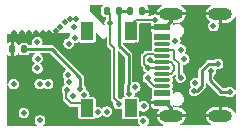
<source format=gbr>
%TF.GenerationSoftware,KiCad,Pcbnew,7.0.10*%
%TF.CreationDate,2024-07-12T16:17:24+02:00*%
%TF.ProjectId,MouthIO_v3,4d6f7574-6849-44f5-9f76-332e6b696361,rev?*%
%TF.SameCoordinates,Original*%
%TF.FileFunction,Copper,L4,Bot*%
%TF.FilePolarity,Positive*%
%FSLAX46Y46*%
G04 Gerber Fmt 4.6, Leading zero omitted, Abs format (unit mm)*
G04 Created by KiCad (PCBNEW 7.0.10) date 2024-07-12 16:17:24*
%MOMM*%
%LPD*%
G01*
G04 APERTURE LIST*
G04 Aperture macros list*
%AMRoundRect*
0 Rectangle with rounded corners*
0 $1 Rounding radius*
0 $2 $3 $4 $5 $6 $7 $8 $9 X,Y pos of 4 corners*
0 Add a 4 corners polygon primitive as box body*
4,1,4,$2,$3,$4,$5,$6,$7,$8,$9,$2,$3,0*
0 Add four circle primitives for the rounded corners*
1,1,$1+$1,$2,$3*
1,1,$1+$1,$4,$5*
1,1,$1+$1,$6,$7*
1,1,$1+$1,$8,$9*
0 Add four rect primitives between the rounded corners*
20,1,$1+$1,$2,$3,$4,$5,0*
20,1,$1+$1,$4,$5,$6,$7,0*
20,1,$1+$1,$6,$7,$8,$9,0*
20,1,$1+$1,$8,$9,$2,$3,0*%
G04 Aperture macros list end*
%TA.AperFunction,SMDPad,CuDef*%
%ADD10RoundRect,0.135000X-0.135000X-0.185000X0.135000X-0.185000X0.135000X0.185000X-0.135000X0.185000X0*%
%TD*%
%TA.AperFunction,SMDPad,CuDef*%
%ADD11RoundRect,0.050800X-0.499200X-0.699200X0.499200X-0.699200X0.499200X0.699200X-0.499200X0.699200X0*%
%TD*%
%TA.AperFunction,SMDPad,CuDef*%
%ADD12RoundRect,0.050800X0.624200X0.224200X-0.624200X0.224200X-0.624200X-0.224200X0.624200X-0.224200X0*%
%TD*%
%TA.AperFunction,SMDPad,CuDef*%
%ADD13RoundRect,0.050800X0.624200X0.086700X-0.624200X0.086700X-0.624200X-0.086700X0.624200X-0.086700X0*%
%TD*%
%TA.AperFunction,SMDPad,CuDef*%
%ADD14RoundRect,0.050800X0.624200X0.099200X-0.624200X0.099200X-0.624200X-0.099200X0.624200X-0.099200X0*%
%TD*%
%TA.AperFunction,ComponentPad*%
%ADD15O,2.000000X1.000000*%
%TD*%
%TA.AperFunction,SMDPad,CuDef*%
%ADD16RoundRect,0.135000X0.135000X0.185000X-0.135000X0.185000X-0.135000X-0.185000X0.135000X-0.185000X0*%
%TD*%
%TA.AperFunction,ViaPad*%
%ADD17C,0.504800*%
%TD*%
%TA.AperFunction,Conductor*%
%ADD18C,0.250000*%
%TD*%
%TA.AperFunction,Conductor*%
%ADD19C,0.200000*%
%TD*%
%TA.AperFunction,Conductor*%
%ADD20C,0.300000*%
%TD*%
G04 APERTURE END LIST*
D10*
%TO.P,D3,1,K*%
%TO.N,GND*%
X138430000Y-103660000D03*
%TO.P,D3,2,A*%
%TO.N,/GPIO6_DIN*%
X139450000Y-103660000D03*
%TD*%
D11*
%TO.P,U$1,P1,P1*%
%TO.N,unconnected-(U$1-PadP1)*%
X148440000Y-108660000D03*
%TO.P,U$1,P2,P2*%
%TO.N,+VBAT*%
X148440000Y-102160000D03*
%TO.P,U$1,P3,P3*%
%TO.N,Net-(R1-Pad2)*%
X144740000Y-108660000D03*
%TO.P,U$1,P4,P4*%
%TO.N,unconnected-(U$1-PadP4)*%
X144740000Y-102160000D03*
%TD*%
D10*
%TO.P,R16,1,1*%
%TO.N,Net-(U3-ISEL2)*%
X148430000Y-100450000D03*
%TO.P,R16,2,2*%
%TO.N,GND*%
X149450000Y-100450000D03*
%TD*%
D12*
%TO.P,USB-C0,A1B12,GND*%
%TO.N,GND*%
X151126100Y-101803600D03*
%TO.P,USB-C0,A4B9,VBUS*%
%TO.N,VPP*%
X151126100Y-102603600D03*
D13*
%TO.P,USB-C0,A5,CC1*%
%TO.N,Net-(USB-C0-CC1)*%
X151126100Y-103753600D03*
%TO.P,USB-C0,A6,D+*%
%TO.N,/GPIO19_DP*%
X151126100Y-104753600D03*
%TO.P,USB-C0,A7,D-*%
%TO.N,/GPIO18_DM*%
X151126100Y-105253600D03*
D14*
%TO.P,USB-C0,A8*%
%TO.N,N/C*%
X151126100Y-103253600D03*
D12*
%TO.P,USB-C0,B1A12,GND*%
%TO.N,GND*%
X151126100Y-108203600D03*
%TO.P,USB-C0,B4A9,VBUS*%
%TO.N,VPP*%
X151126100Y-107403600D03*
D13*
%TO.P,USB-C0,B5,CC2*%
%TO.N,Net-(USB-C0-CC2)*%
X151126100Y-106753600D03*
%TO.P,USB-C0,B6,D+*%
%TO.N,/GPIO19_DP*%
X151126100Y-105753600D03*
%TO.P,USB-C0,B7,D-*%
%TO.N,/GPIO18_DM*%
X151126100Y-104253600D03*
%TO.P,USB-C0,B8*%
%TO.N,N/C*%
X151126100Y-106253600D03*
D15*
%TO.P,USB-C0,S1,SHLD*%
%TO.N,GND*%
X151901100Y-100683600D03*
%TO.P,USB-C0,S2,SHLD*%
X151901100Y-109323600D03*
%TO.P,USB-C0,S3,SHLD*%
X156051100Y-100683600D03*
%TO.P,USB-C0,S4,SHLD*%
X156051100Y-109323600D03*
%TD*%
D16*
%TO.P,R15,1,1*%
%TO.N,Net-(U3-ISEL2)*%
X147460000Y-100430000D03*
%TO.P,R15,2,2*%
%TO.N,+3V3*%
X146440000Y-100430000D03*
%TD*%
D17*
%TO.N,GND*%
X148330000Y-109870000D03*
X148921100Y-103293600D03*
X146501100Y-105003600D03*
X143863120Y-101126942D03*
X140440000Y-102303600D03*
X143237600Y-109227600D03*
X141020000Y-102303600D03*
X142120832Y-102117974D03*
X146501100Y-103803600D03*
X139235745Y-102290884D03*
X145251100Y-100303600D03*
X146501100Y-106343600D03*
X143340000Y-101127400D03*
X145301100Y-105003600D03*
X139837692Y-102314308D03*
X142490000Y-101760000D03*
X142875000Y-101375000D03*
X138532409Y-109162963D03*
X155719063Y-106076958D03*
X140790000Y-109000000D03*
X141580000Y-102303600D03*
X145993538Y-101206000D03*
X138600000Y-102300000D03*
X147701100Y-105003600D03*
%TO.N,+3V3*%
X152710287Y-103704942D03*
X156840000Y-107300000D03*
X147431100Y-108323600D03*
X143648700Y-101832203D03*
X143545803Y-107614754D03*
X139415665Y-109063902D03*
X155244347Y-105556005D03*
X146691100Y-101453600D03*
X138550000Y-106620000D03*
X155460000Y-101700000D03*
%TO.N,/EN_LDO*%
X153932400Y-106557600D03*
X148831928Y-106904431D03*
%TO.N,Net-(D2-PadA)*%
X149551475Y-108502012D03*
X141461437Y-106617600D03*
%TO.N,+VBAT*%
X153830000Y-107200000D03*
X150501100Y-101162200D03*
X155845189Y-104936042D03*
%TO.N,Net-(R1-Pad2)*%
X143061549Y-107102656D03*
%TO.N,Net-(USB-C0-CC1)*%
X152690000Y-106070000D03*
%TO.N,Net-(USB-C0-CC2)*%
X149922593Y-106130615D03*
%TO.N,/GPIO19_DP*%
X150101100Y-104603600D03*
%TO.N,/GPIO18_DM*%
X149951100Y-105253600D03*
%TO.N,/GPIO6_DIN*%
X144200816Y-107043609D03*
%TO.N,/GPIO5_BUTTON*%
X143256000Y-106426000D03*
X149525590Y-109750299D03*
%TO.N,/GPIO4_ADC*%
X152232217Y-102975112D03*
X143151100Y-105853600D03*
%TO.N,/GPIO0_CS0*%
X143708033Y-102690000D03*
X140540000Y-103090000D03*
%TO.N,/GPIO1_CS1*%
X143213279Y-103191961D03*
X140556181Y-105289737D03*
%TO.N,/GPIO10_SCL*%
X140777573Y-109704693D03*
X146427859Y-108948437D03*
%TO.N,/GPIO9_STRP_SDA*%
X145648595Y-109024246D03*
X140755600Y-106609878D03*
%TO.N,/GPIO7_CSEND*%
X140568809Y-104461155D03*
X144520000Y-107570000D03*
%TO.N,Net-(U3-ISEL2)*%
X152981709Y-104529067D03*
X148351294Y-107458514D03*
%TD*%
D18*
%TO.N,/GPIO6_DIN*%
X144200816Y-106086749D02*
X144200816Y-107043609D01*
X141781467Y-103667400D02*
X144200816Y-106086749D01*
X139457400Y-103667400D02*
X141781467Y-103667400D01*
X139450000Y-103660000D02*
X139457400Y-103667400D01*
D19*
%TO.N,/GPIO19_DP*%
X152140000Y-105448114D02*
X151834514Y-105753600D01*
X152140000Y-105059086D02*
X152140000Y-105448114D01*
X151834514Y-104753600D02*
X152140000Y-105059086D01*
X151834514Y-105753600D02*
X151126100Y-105753600D01*
X151126100Y-104753600D02*
X151834514Y-104753600D01*
D20*
%TO.N,GND*%
X151901100Y-101383600D02*
X151481100Y-101803600D01*
X151126100Y-108203600D02*
X151481100Y-108203600D01*
X151901100Y-108623600D02*
X151481100Y-108203600D01*
X151901100Y-101383600D02*
X151901100Y-100683600D01*
X151901100Y-108623600D02*
X151901100Y-109323600D01*
X151126100Y-101803600D02*
X151481100Y-101803600D01*
D18*
%TO.N,+3V3*%
X155244347Y-105556005D02*
X155141663Y-105658689D01*
D19*
X146740000Y-103261288D02*
X146740000Y-101502500D01*
X147053500Y-107813500D02*
X147053500Y-103574788D01*
D18*
X155141663Y-106321663D02*
X156120000Y-107300000D01*
D19*
X147431100Y-108191100D02*
X147053500Y-107813500D01*
D18*
X156120000Y-107300000D02*
X156840000Y-107300000D01*
X155141663Y-105658689D02*
X155141663Y-106321663D01*
D19*
X143648700Y-101832203D02*
X143542797Y-101832203D01*
X146691100Y-100681100D02*
X146440000Y-100430000D01*
X146691100Y-101453600D02*
X146691100Y-100681100D01*
X147431100Y-108323600D02*
X147431100Y-108191100D01*
X143545803Y-107614754D02*
X143648416Y-107512141D01*
X147053500Y-103574788D02*
X146740000Y-103261288D01*
X146740000Y-101502500D02*
X146691100Y-101453600D01*
D18*
%TO.N,+VBAT*%
X154509800Y-105473633D02*
X154509800Y-106796767D01*
X155047391Y-104936042D02*
X154509800Y-105473633D01*
X154106567Y-107200000D02*
X153830000Y-107200000D01*
D19*
X148351100Y-101753600D02*
X148942500Y-101162200D01*
D18*
X154509800Y-106796767D02*
X154106567Y-107200000D01*
X155845189Y-104936042D02*
X155047391Y-104936042D01*
D19*
X148942500Y-101162200D02*
X150501100Y-101162200D01*
%TO.N,Net-(R1-Pad2)*%
X142993403Y-107380085D02*
X142993403Y-107843566D01*
X143403437Y-108253600D02*
X144651100Y-108253600D01*
X143061549Y-107102656D02*
X143061549Y-107311939D01*
X142993403Y-107843566D02*
X143403437Y-108253600D01*
X143061549Y-107311939D02*
X142993403Y-107380085D01*
%TO.N,Net-(USB-C0-CC1)*%
X151126100Y-103753600D02*
X152160034Y-103753600D01*
X152554113Y-104882683D02*
X152554113Y-105934113D01*
X152554113Y-105934113D02*
X152690000Y-106070000D01*
X152160034Y-103753600D02*
X152160034Y-104488604D01*
X152160034Y-104488604D02*
X152554113Y-104882683D01*
%TO.N,Net-(USB-C0-CC2)*%
X149922593Y-106258507D02*
X150417686Y-106753600D01*
X149922593Y-106130615D02*
X149922593Y-106258507D01*
X150417686Y-106753600D02*
X151126100Y-106753600D01*
%TO.N,/GPIO19_DP*%
X151126100Y-104753600D02*
X150251100Y-104753600D01*
X150251100Y-104753600D02*
X150101100Y-104603600D01*
%TO.N,/GPIO18_DM*%
X149601100Y-104303600D02*
X149801100Y-104103600D01*
X149601100Y-104903600D02*
X149601100Y-104303600D01*
X151126100Y-105253600D02*
X149951100Y-105253600D01*
X149801100Y-104103600D02*
X150401100Y-104103600D01*
X150551100Y-104253600D02*
X151126100Y-104253600D01*
X149951100Y-105253600D02*
X149601100Y-104903600D01*
X150401100Y-104103600D02*
X150551100Y-104253600D01*
D18*
%TO.N,Net-(U3-ISEL2)*%
X148278500Y-106641292D02*
X148278500Y-104198747D01*
X148410000Y-100430000D02*
X148430000Y-100450000D01*
X148254528Y-106665264D02*
X148278500Y-106641292D01*
X148278500Y-104198747D02*
X147460000Y-103380247D01*
X147460000Y-100430000D02*
X148410000Y-100430000D01*
X148351294Y-107458514D02*
X148254528Y-107361748D01*
X147460000Y-103380247D02*
X147460000Y-100430000D01*
X148254528Y-107361748D02*
X148254528Y-106665264D01*
%TD*%
%TA.AperFunction,Conductor*%
%TO.N,GND*%
G36*
X145574147Y-102335226D02*
G01*
X146101100Y-102862179D01*
X146355852Y-102607427D01*
X146390500Y-102593075D01*
X146425148Y-102607427D01*
X146439500Y-102642075D01*
X146439500Y-103204278D01*
X146437824Y-103214549D01*
X146437854Y-103214554D01*
X146437227Y-103219047D01*
X146439448Y-103267097D01*
X146439500Y-103269359D01*
X146439500Y-103289131D01*
X146440159Y-103292657D01*
X146440941Y-103299397D01*
X146442242Y-103327548D01*
X146442415Y-103331278D01*
X146442415Y-103331282D01*
X146448728Y-103345579D01*
X146452067Y-103356363D01*
X146454938Y-103371717D01*
X146454940Y-103371723D01*
X146471734Y-103398847D01*
X146474897Y-103404848D01*
X146487792Y-103434052D01*
X146487793Y-103434053D01*
X146498842Y-103445101D01*
X146505852Y-103453950D01*
X146514081Y-103467240D01*
X146539550Y-103486473D01*
X146544669Y-103490928D01*
X146738648Y-103684907D01*
X146753000Y-103719555D01*
X146753000Y-107756490D01*
X146751324Y-107766761D01*
X146751354Y-107766766D01*
X146750727Y-107771259D01*
X146750727Y-107771264D01*
X146750727Y-107771265D01*
X146751909Y-107796827D01*
X146752948Y-107819309D01*
X146753000Y-107821571D01*
X146753000Y-107841343D01*
X146753659Y-107844869D01*
X146754441Y-107851609D01*
X146755915Y-107883490D01*
X146755915Y-107883494D01*
X146762228Y-107897791D01*
X146765567Y-107908575D01*
X146768438Y-107923929D01*
X146768440Y-107923935D01*
X146785234Y-107951059D01*
X146788397Y-107957060D01*
X146801292Y-107986264D01*
X146801293Y-107986265D01*
X146812342Y-107997313D01*
X146819352Y-108006162D01*
X146825644Y-108016324D01*
X146827581Y-108019452D01*
X146853050Y-108038685D01*
X146858169Y-108043140D01*
X146976950Y-108161921D01*
X146991302Y-108196569D01*
X146990803Y-108203542D01*
X146973543Y-108323598D01*
X146973543Y-108323601D01*
X146992075Y-108452506D01*
X147014685Y-108502013D01*
X147046179Y-108570974D01*
X147046180Y-108570975D01*
X147046181Y-108570977D01*
X147113626Y-108648813D01*
X147131464Y-108669399D01*
X147241024Y-108739808D01*
X147241026Y-108739809D01*
X147273646Y-108749387D01*
X147365983Y-108776500D01*
X147365988Y-108776500D01*
X147496212Y-108776500D01*
X147496217Y-108776500D01*
X147588557Y-108749386D01*
X147624539Y-108738821D01*
X147624917Y-108740110D01*
X147657617Y-108738938D01*
X147685069Y-108764489D01*
X147689500Y-108784851D01*
X147689500Y-109383944D01*
X147704081Y-109457252D01*
X147759622Y-109540377D01*
X147772742Y-109549143D01*
X147842748Y-109595919D01*
X147842750Y-109595920D01*
X147886649Y-109604651D01*
X147916051Y-109610500D01*
X148963948Y-109610499D01*
X149023875Y-109598579D01*
X149060655Y-109605896D01*
X149081491Y-109637079D01*
X149081933Y-109653611D01*
X149068033Y-109750297D01*
X149068033Y-109750300D01*
X149086565Y-109879205D01*
X149096996Y-109902045D01*
X149140669Y-109997673D01*
X149140670Y-109997674D01*
X149140671Y-109997676D01*
X149175740Y-110038147D01*
X149195458Y-110060904D01*
X149199059Y-110065059D01*
X149210902Y-110100643D01*
X149194115Y-110134179D01*
X149162306Y-110146146D01*
X141023497Y-110192433D01*
X140988767Y-110178279D01*
X140974219Y-110143713D01*
X140988373Y-110108983D01*
X140996715Y-110102221D01*
X141077209Y-110050492D01*
X141162494Y-109952067D01*
X141216596Y-109833602D01*
X141216596Y-109833600D01*
X141216597Y-109833599D01*
X141235130Y-109704694D01*
X141235130Y-109704691D01*
X141216597Y-109575786D01*
X141200425Y-109540376D01*
X141162494Y-109457319D01*
X141160241Y-109454719D01*
X141077210Y-109358895D01*
X141077209Y-109358894D01*
X140967649Y-109288485D01*
X140967646Y-109288483D01*
X140842691Y-109251793D01*
X140842690Y-109251793D01*
X140712456Y-109251793D01*
X140712454Y-109251793D01*
X140587499Y-109288483D01*
X140477935Y-109358895D01*
X140392654Y-109457315D01*
X140392653Y-109457317D01*
X140338548Y-109575786D01*
X140320016Y-109704691D01*
X140320016Y-109704694D01*
X140338548Y-109833599D01*
X140359378Y-109879208D01*
X140392652Y-109952067D01*
X140392653Y-109952068D01*
X140392654Y-109952070D01*
X140475046Y-110047156D01*
X140477937Y-110050492D01*
X140562727Y-110104982D01*
X140584116Y-110135788D01*
X140577458Y-110172695D01*
X140546652Y-110194084D01*
X140536515Y-110195203D01*
X138054379Y-110209319D01*
X138019649Y-110195165D01*
X138005101Y-110160599D01*
X138005100Y-110160320D01*
X138005100Y-109063903D01*
X138958108Y-109063903D01*
X138976640Y-109192808D01*
X138986709Y-109214855D01*
X139030744Y-109311276D01*
X139030745Y-109311277D01*
X139030746Y-109311279D01*
X139111522Y-109404500D01*
X139116029Y-109409701D01*
X139225589Y-109480110D01*
X139225591Y-109480111D01*
X139288068Y-109498456D01*
X139350548Y-109516802D01*
X139350553Y-109516802D01*
X139480777Y-109516802D01*
X139480782Y-109516802D01*
X139605741Y-109480110D01*
X139715301Y-109409701D01*
X139800586Y-109311276D01*
X139854688Y-109192811D01*
X139854688Y-109192809D01*
X139854689Y-109192808D01*
X139873222Y-109063903D01*
X139873222Y-109063900D01*
X139854689Y-108934995D01*
X139847028Y-108918220D01*
X139800586Y-108816528D01*
X139766352Y-108777020D01*
X139715302Y-108718104D01*
X139715301Y-108718103D01*
X139605741Y-108647694D01*
X139605738Y-108647692D01*
X139480783Y-108611002D01*
X139480782Y-108611002D01*
X139350548Y-108611002D01*
X139350546Y-108611002D01*
X139225591Y-108647692D01*
X139116027Y-108718104D01*
X139030746Y-108816524D01*
X139030745Y-108816526D01*
X138976640Y-108934995D01*
X138958108Y-109063900D01*
X138958108Y-109063903D01*
X138005100Y-109063903D01*
X138005100Y-106697628D01*
X138019452Y-106662980D01*
X138054100Y-106648628D01*
X138088748Y-106662980D01*
X138102601Y-106690655D01*
X138110975Y-106748906D01*
X138125361Y-106780405D01*
X138165079Y-106867374D01*
X138165080Y-106867375D01*
X138165081Y-106867377D01*
X138248284Y-106963399D01*
X138250364Y-106965799D01*
X138359924Y-107036208D01*
X138359926Y-107036209D01*
X138385132Y-107043610D01*
X138484883Y-107072900D01*
X138484888Y-107072900D01*
X138615112Y-107072900D01*
X138615117Y-107072900D01*
X138740076Y-107036208D01*
X138849636Y-106965799D01*
X138934921Y-106867374D01*
X138989023Y-106748909D01*
X138989023Y-106748907D01*
X138989024Y-106748906D01*
X139007557Y-106620001D01*
X139007557Y-106619998D01*
X139006102Y-106609879D01*
X140298043Y-106609879D01*
X140316575Y-106738784D01*
X140336563Y-106782549D01*
X140370679Y-106857252D01*
X140370680Y-106857253D01*
X140370681Y-106857255D01*
X140453320Y-106952626D01*
X140455964Y-106955677D01*
X140565524Y-107026086D01*
X140565526Y-107026087D01*
X140607791Y-107038497D01*
X140690483Y-107062778D01*
X140690488Y-107062778D01*
X140820712Y-107062778D01*
X140820717Y-107062778D01*
X140945676Y-107026086D01*
X141055236Y-106955677D01*
X141068141Y-106940782D01*
X141101674Y-106923996D01*
X141137259Y-106935838D01*
X141142204Y-106940783D01*
X141155110Y-106955678D01*
X141161801Y-106963399D01*
X141270633Y-107033340D01*
X141271363Y-107033809D01*
X141324884Y-107049524D01*
X141396320Y-107070500D01*
X141396325Y-107070500D01*
X141526549Y-107070500D01*
X141526554Y-107070500D01*
X141640390Y-107037074D01*
X141651510Y-107033809D01*
X141651510Y-107033808D01*
X141651513Y-107033808D01*
X141761073Y-106963399D01*
X141846358Y-106864974D01*
X141900460Y-106746509D01*
X141900460Y-106746507D01*
X141900461Y-106746506D01*
X141918994Y-106617601D01*
X141918994Y-106617598D01*
X141900461Y-106488693D01*
X141879148Y-106442025D01*
X141846358Y-106370226D01*
X141841876Y-106365054D01*
X141761074Y-106271802D01*
X141761073Y-106271801D01*
X141669892Y-106213203D01*
X141651510Y-106201390D01*
X141526555Y-106164700D01*
X141526554Y-106164700D01*
X141396320Y-106164700D01*
X141396318Y-106164700D01*
X141271363Y-106201390D01*
X141161798Y-106271802D01*
X141148895Y-106286694D01*
X141115359Y-106303480D01*
X141079775Y-106291636D01*
X141074833Y-106286694D01*
X141055238Y-106264080D01*
X140945673Y-106193668D01*
X140820718Y-106156978D01*
X140820717Y-106156978D01*
X140690483Y-106156978D01*
X140690481Y-106156978D01*
X140565526Y-106193668D01*
X140455962Y-106264080D01*
X140370681Y-106362500D01*
X140370680Y-106362502D01*
X140316575Y-106480971D01*
X140298043Y-106609876D01*
X140298043Y-106609879D01*
X139006102Y-106609879D01*
X138989024Y-106491093D01*
X138970956Y-106451531D01*
X138934921Y-106372626D01*
X138932841Y-106370226D01*
X138849637Y-106274202D01*
X138849636Y-106274201D01*
X138740076Y-106203792D01*
X138740073Y-106203790D01*
X138615118Y-106167100D01*
X138615117Y-106167100D01*
X138484883Y-106167100D01*
X138484881Y-106167100D01*
X138359926Y-106203790D01*
X138250362Y-106274202D01*
X138165081Y-106372622D01*
X138165080Y-106372624D01*
X138110975Y-106491093D01*
X138102601Y-106549344D01*
X138083465Y-106581597D01*
X138047127Y-106590872D01*
X138014874Y-106571736D01*
X138005100Y-106542371D01*
X138005100Y-104210317D01*
X138019452Y-104175669D01*
X138054100Y-104161317D01*
X138075621Y-104166296D01*
X138183622Y-104219095D01*
X138183624Y-104219096D01*
X138258456Y-104229999D01*
X138304999Y-104229999D01*
X138555000Y-104229999D01*
X138601542Y-104229999D01*
X138676373Y-104219097D01*
X138676374Y-104219097D01*
X138791805Y-104162665D01*
X138791809Y-104162663D01*
X138882663Y-104071809D01*
X138882667Y-104071803D01*
X138923539Y-103988198D01*
X138951649Y-103963373D01*
X138989080Y-103965697D01*
X139011969Y-103989009D01*
X139035936Y-104040406D01*
X139119593Y-104124063D01*
X139119595Y-104124064D01*
X139119596Y-104124065D01*
X139226827Y-104174068D01*
X139275684Y-104180500D01*
X139275687Y-104180500D01*
X139624312Y-104180500D01*
X139624316Y-104180500D01*
X139673173Y-104174068D01*
X139780404Y-104124065D01*
X139864065Y-104040404D01*
X139873024Y-104021190D01*
X139900674Y-103995855D01*
X139917433Y-103992900D01*
X140292841Y-103992900D01*
X140327489Y-104007252D01*
X140341841Y-104041900D01*
X140327489Y-104076548D01*
X140319336Y-104083118D01*
X140282319Y-104106907D01*
X140269171Y-104115357D01*
X140183890Y-104213777D01*
X140183889Y-104213779D01*
X140129784Y-104332248D01*
X140111252Y-104461153D01*
X140111252Y-104461156D01*
X140129784Y-104590061D01*
X140139053Y-104610356D01*
X140183888Y-104708529D01*
X140183889Y-104708530D01*
X140183890Y-104708532D01*
X140242734Y-104776442D01*
X140269173Y-104806954D01*
X140269452Y-104807133D01*
X140305292Y-104830166D01*
X140326681Y-104860972D01*
X140320023Y-104897879D01*
X140305293Y-104912609D01*
X140256544Y-104943938D01*
X140171262Y-105042359D01*
X140171261Y-105042361D01*
X140117156Y-105160830D01*
X140098624Y-105289735D01*
X140098624Y-105289738D01*
X140117156Y-105418643D01*
X140129114Y-105444826D01*
X140171260Y-105537111D01*
X140171261Y-105537112D01*
X140171262Y-105537114D01*
X140256543Y-105635534D01*
X140256545Y-105635536D01*
X140366105Y-105705945D01*
X140366107Y-105705946D01*
X140394923Y-105714407D01*
X140491064Y-105742637D01*
X140491069Y-105742637D01*
X140621293Y-105742637D01*
X140621298Y-105742637D01*
X140746257Y-105705945D01*
X140855817Y-105635536D01*
X140941102Y-105537111D01*
X140995204Y-105418646D01*
X140995204Y-105418644D01*
X140995205Y-105418643D01*
X141013738Y-105289738D01*
X141013738Y-105289735D01*
X140995205Y-105160830D01*
X140982605Y-105133240D01*
X140941102Y-105042363D01*
X140903246Y-104998675D01*
X140855817Y-104943938D01*
X140843532Y-104936043D01*
X140819695Y-104920724D01*
X140798307Y-104889919D01*
X140804965Y-104853012D01*
X140819694Y-104838283D01*
X140868445Y-104806954D01*
X140953730Y-104708529D01*
X141007832Y-104590064D01*
X141007832Y-104590062D01*
X141007833Y-104590061D01*
X141026366Y-104461156D01*
X141026366Y-104461153D01*
X141007833Y-104332248D01*
X141001884Y-104319221D01*
X140953730Y-104213781D01*
X140951176Y-104210834D01*
X140868446Y-104115357D01*
X140868445Y-104115356D01*
X140818284Y-104083120D01*
X140796897Y-104052316D01*
X140803555Y-104015409D01*
X140834361Y-103994020D01*
X140844777Y-103992900D01*
X141626345Y-103992900D01*
X141660993Y-104007252D01*
X143003204Y-105349463D01*
X143017556Y-105384111D01*
X143003204Y-105418759D01*
X142982362Y-105431126D01*
X142961026Y-105437391D01*
X142961024Y-105437391D01*
X142961024Y-105437392D01*
X142906244Y-105472596D01*
X142851462Y-105507802D01*
X142766181Y-105606222D01*
X142766180Y-105606224D01*
X142712075Y-105724693D01*
X142693543Y-105853598D01*
X142693543Y-105853601D01*
X142712075Y-105982506D01*
X142733340Y-106029068D01*
X142766179Y-106100974D01*
X142766180Y-106100975D01*
X142766181Y-106100977D01*
X142837474Y-106183254D01*
X142849317Y-106218838D01*
X142845014Y-106235697D01*
X142816976Y-106297090D01*
X142816976Y-106297092D01*
X142798443Y-106425998D01*
X142798443Y-106426001D01*
X142816975Y-106554906D01*
X142836105Y-106596793D01*
X142858146Y-106645055D01*
X142859485Y-106682533D01*
X142840065Y-106706631D01*
X142761913Y-106756856D01*
X142676630Y-106855278D01*
X142676629Y-106855280D01*
X142622524Y-106973749D01*
X142603992Y-107102654D01*
X142603992Y-107102657D01*
X142622524Y-107231562D01*
X142623149Y-107232930D01*
X142676628Y-107350030D01*
X142676629Y-107350031D01*
X142676630Y-107350033D01*
X142678065Y-107351689D01*
X142689564Y-107377007D01*
X142692433Y-107397570D01*
X142692903Y-107404341D01*
X142692903Y-107786556D01*
X142691227Y-107796827D01*
X142691257Y-107796832D01*
X142690630Y-107801325D01*
X142690630Y-107801330D01*
X142690630Y-107801331D01*
X142691461Y-107819309D01*
X142692851Y-107849375D01*
X142692903Y-107851637D01*
X142692903Y-107871409D01*
X142693562Y-107874935D01*
X142694344Y-107881675D01*
X142695818Y-107913556D01*
X142695818Y-107913560D01*
X142702131Y-107927857D01*
X142705470Y-107938641D01*
X142708341Y-107953995D01*
X142708343Y-107954001D01*
X142725137Y-107981125D01*
X142728300Y-107987126D01*
X142741193Y-108016324D01*
X142741195Y-108016328D01*
X142741197Y-108016331D01*
X142752245Y-108027380D01*
X142759255Y-108036230D01*
X142767480Y-108049514D01*
X142767483Y-108049517D01*
X142792953Y-108068751D01*
X142798072Y-108073206D01*
X143150638Y-108425773D01*
X143156717Y-108434222D01*
X143156742Y-108434204D01*
X143159477Y-108437825D01*
X143159479Y-108437828D01*
X143195034Y-108470241D01*
X143196648Y-108471783D01*
X143210636Y-108485772D01*
X143210639Y-108485774D01*
X143210640Y-108485775D01*
X143213602Y-108487803D01*
X143218915Y-108492011D01*
X143242504Y-108513516D01*
X143242505Y-108513516D01*
X143242506Y-108513517D01*
X143257076Y-108519161D01*
X143267064Y-108524424D01*
X143279957Y-108533257D01*
X143311036Y-108540567D01*
X143317492Y-108542566D01*
X143347264Y-108554100D01*
X143362890Y-108554100D01*
X143374109Y-108555402D01*
X143389313Y-108558978D01*
X143389314Y-108558978D01*
X143389318Y-108558979D01*
X143415834Y-108555279D01*
X143420925Y-108554570D01*
X143427694Y-108554100D01*
X143940500Y-108554100D01*
X143975148Y-108568452D01*
X143989500Y-108603100D01*
X143989500Y-109383944D01*
X144004081Y-109457252D01*
X144059622Y-109540377D01*
X144072742Y-109549143D01*
X144142748Y-109595919D01*
X144142750Y-109595920D01*
X144186649Y-109604651D01*
X144216051Y-109610500D01*
X145263948Y-109610499D01*
X145337252Y-109595919D01*
X145420377Y-109540377D01*
X145445402Y-109502925D01*
X145462446Y-109477416D01*
X145493628Y-109456580D01*
X145516989Y-109457622D01*
X145583478Y-109477146D01*
X145583481Y-109477146D01*
X145713707Y-109477146D01*
X145713712Y-109477146D01*
X145838671Y-109440454D01*
X145948231Y-109370045D01*
X146033516Y-109271620D01*
X146033517Y-109271616D01*
X146034038Y-109271016D01*
X146067574Y-109254229D01*
X146103158Y-109266072D01*
X146108101Y-109271016D01*
X146128218Y-109294232D01*
X146128221Y-109294234D01*
X146128223Y-109294236D01*
X146228836Y-109358895D01*
X146237785Y-109364646D01*
X146285887Y-109378770D01*
X146362742Y-109401337D01*
X146362747Y-109401337D01*
X146492971Y-109401337D01*
X146492976Y-109401337D01*
X146617935Y-109364645D01*
X146727495Y-109294236D01*
X146812780Y-109195811D01*
X146866882Y-109077346D01*
X146866882Y-109077344D01*
X146866883Y-109077343D01*
X146885416Y-108948438D01*
X146885416Y-108948435D01*
X146866883Y-108819530D01*
X146841746Y-108764489D01*
X146812780Y-108701063D01*
X146808305Y-108695899D01*
X146727496Y-108602639D01*
X146727495Y-108602638D01*
X146617935Y-108532229D01*
X146617932Y-108532227D01*
X146492977Y-108495537D01*
X146492976Y-108495537D01*
X146362742Y-108495537D01*
X146362740Y-108495537D01*
X146237785Y-108532227D01*
X146128221Y-108602639D01*
X146042414Y-108701666D01*
X146008878Y-108718453D01*
X145973294Y-108706610D01*
X145968350Y-108701666D01*
X145948232Y-108678448D01*
X145948231Y-108678447D01*
X145838671Y-108608038D01*
X145838668Y-108608036D01*
X145713713Y-108571346D01*
X145713712Y-108571346D01*
X145583478Y-108571346D01*
X145583477Y-108571346D01*
X145583471Y-108571347D01*
X145553303Y-108580205D01*
X145516015Y-108576196D01*
X145492484Y-108546994D01*
X145490499Y-108533190D01*
X145490499Y-107936055D01*
X145490499Y-107936052D01*
X145475919Y-107862748D01*
X145439991Y-107808977D01*
X145420377Y-107779622D01*
X145337249Y-107724079D01*
X145263954Y-107709500D01*
X145263949Y-107709500D01*
X145014049Y-107709500D01*
X144979401Y-107695148D01*
X144965049Y-107660500D01*
X144965548Y-107653527D01*
X144977557Y-107570001D01*
X144977557Y-107569998D01*
X144959024Y-107441093D01*
X144942638Y-107405213D01*
X144904921Y-107322626D01*
X144903200Y-107320640D01*
X144819637Y-107224202D01*
X144819636Y-107224201D01*
X144710076Y-107153792D01*
X144710073Y-107153791D01*
X144686004Y-107146723D01*
X144656803Y-107123190D01*
X144651309Y-107092736D01*
X144658373Y-107043609D01*
X144657638Y-107038497D01*
X144639840Y-106914702D01*
X144632233Y-106898046D01*
X144585737Y-106796235D01*
X144538284Y-106741470D01*
X144526316Y-106709382D01*
X144526316Y-106103098D01*
X144526502Y-106098828D01*
X144526917Y-106094088D01*
X144530079Y-106057942D01*
X144519452Y-106018283D01*
X144518533Y-106014141D01*
X144511404Y-105973704D01*
X144507355Y-105966692D01*
X144502462Y-105954875D01*
X144502240Y-105954048D01*
X144500370Y-105947065D01*
X144500368Y-105947063D01*
X144500367Y-105947059D01*
X144476825Y-105913438D01*
X144474540Y-105909854D01*
X144454010Y-105874294D01*
X144422566Y-105847909D01*
X144419415Y-105845021D01*
X142023191Y-103448798D01*
X142020314Y-103445659D01*
X141993922Y-103414206D01*
X141958378Y-103393684D01*
X141954774Y-103391388D01*
X141926679Y-103371717D01*
X141921151Y-103367846D01*
X141921150Y-103367845D01*
X141921149Y-103367845D01*
X141913334Y-103365751D01*
X141901515Y-103360855D01*
X141894513Y-103356812D01*
X141894511Y-103356811D01*
X141854099Y-103349685D01*
X141849933Y-103348762D01*
X141810274Y-103338136D01*
X141810273Y-103338136D01*
X141769378Y-103341714D01*
X141765108Y-103341900D01*
X140999100Y-103341900D01*
X140964452Y-103327548D01*
X140950100Y-103292900D01*
X140954528Y-103272544D01*
X140957016Y-103267097D01*
X140979023Y-103218909D01*
X140979023Y-103218907D01*
X140979024Y-103218906D01*
X140997557Y-103090000D01*
X140997557Y-103089998D01*
X140979024Y-102961093D01*
X140962931Y-102925855D01*
X140924921Y-102842626D01*
X140839636Y-102744201D01*
X140730076Y-102673792D01*
X140730073Y-102673790D01*
X140605118Y-102637100D01*
X140605117Y-102637100D01*
X140474883Y-102637100D01*
X140474881Y-102637100D01*
X140349926Y-102673790D01*
X140240362Y-102744202D01*
X140155081Y-102842622D01*
X140155080Y-102842624D01*
X140155079Y-102842625D01*
X140155079Y-102842626D01*
X140151085Y-102851370D01*
X140100975Y-102961093D01*
X140082443Y-103089998D01*
X140082443Y-103090000D01*
X140100975Y-103218906D01*
X140125472Y-103272544D01*
X140126811Y-103310023D01*
X140101256Y-103337472D01*
X140080900Y-103341900D01*
X139924334Y-103341900D01*
X139889686Y-103327548D01*
X139879925Y-103313608D01*
X139873298Y-103299397D01*
X139864065Y-103279596D01*
X139864064Y-103279595D01*
X139864063Y-103279593D01*
X139780406Y-103195936D01*
X139780404Y-103195935D01*
X139771882Y-103191961D01*
X139673174Y-103145932D01*
X139663401Y-103144645D01*
X139624316Y-103139500D01*
X139275684Y-103139500D01*
X139243112Y-103143788D01*
X139226825Y-103145932D01*
X139226824Y-103145933D01*
X139119595Y-103195935D01*
X139119593Y-103195936D01*
X139035936Y-103279593D01*
X139011969Y-103330990D01*
X138984318Y-103356326D01*
X138946851Y-103354690D01*
X138923539Y-103331801D01*
X138882667Y-103248196D01*
X138882663Y-103248190D01*
X138791809Y-103157336D01*
X138791805Y-103157334D01*
X138676377Y-103100904D01*
X138676375Y-103100903D01*
X138601543Y-103090000D01*
X138555000Y-103090000D01*
X138555000Y-104229999D01*
X138304999Y-104229999D01*
X138305000Y-104229998D01*
X138305000Y-103090000D01*
X138258456Y-103090000D01*
X138183626Y-103100902D01*
X138183625Y-103100902D01*
X138075621Y-103153703D01*
X138038190Y-103156027D01*
X138010079Y-103131203D01*
X138005100Y-103109682D01*
X138005100Y-102461890D01*
X138019452Y-102427242D01*
X138053384Y-102412895D01*
X143307307Y-102336220D01*
X143342161Y-102350065D01*
X143357017Y-102384500D01*
X143345054Y-102417303D01*
X143323114Y-102442622D01*
X143323113Y-102442624D01*
X143269008Y-102561093D01*
X143250476Y-102689998D01*
X143250476Y-102690061D01*
X143250462Y-102690094D01*
X143249977Y-102693469D01*
X143249115Y-102693345D01*
X143236124Y-102724709D01*
X143201476Y-102739061D01*
X143148160Y-102739061D01*
X143023205Y-102775751D01*
X142913641Y-102846163D01*
X142828360Y-102944583D01*
X142828359Y-102944585D01*
X142774254Y-103063054D01*
X142755722Y-103191959D01*
X142755722Y-103191962D01*
X142774254Y-103320867D01*
X142800140Y-103377548D01*
X142828358Y-103439335D01*
X142828359Y-103439336D01*
X142828360Y-103439338D01*
X142873063Y-103490928D01*
X142913643Y-103537760D01*
X143023203Y-103608169D01*
X143023205Y-103608170D01*
X143085682Y-103626515D01*
X143148162Y-103644861D01*
X143148167Y-103644861D01*
X143278391Y-103644861D01*
X143278396Y-103644861D01*
X143403355Y-103608169D01*
X143512915Y-103537760D01*
X143598200Y-103439335D01*
X143652302Y-103320870D01*
X143652302Y-103320868D01*
X143652303Y-103320867D01*
X143670836Y-103191962D01*
X143670836Y-103191900D01*
X143670849Y-103191866D01*
X143671335Y-103188492D01*
X143672196Y-103188615D01*
X143685188Y-103157252D01*
X143719836Y-103142900D01*
X143773145Y-103142900D01*
X143773150Y-103142900D01*
X143898109Y-103106208D01*
X144003645Y-103038384D01*
X144040552Y-103031726D01*
X144057359Y-103038864D01*
X144059622Y-103040376D01*
X144059623Y-103040377D01*
X144142748Y-103095919D01*
X144142750Y-103095920D01*
X144183464Y-103104018D01*
X144216051Y-103110500D01*
X145263948Y-103110499D01*
X145337252Y-103095919D01*
X145420377Y-103040377D01*
X145475919Y-102957252D01*
X145478439Y-102944587D01*
X145490499Y-102883954D01*
X145490500Y-102883949D01*
X145490499Y-102369872D01*
X145504851Y-102335226D01*
X145539499Y-102320874D01*
X145574147Y-102335226D01*
G37*
%TD.AperFunction*%
%TA.AperFunction,Conductor*%
G36*
X150174483Y-101477052D02*
G01*
X150176867Y-101479612D01*
X150189725Y-101494451D01*
X150201568Y-101530035D01*
X150201368Y-101532177D01*
X150201100Y-101534485D01*
X150201100Y-101678600D01*
X151202100Y-101678600D01*
X151236748Y-101692952D01*
X151251100Y-101727600D01*
X151251100Y-101879600D01*
X151236748Y-101914248D01*
X151202100Y-101928600D01*
X150201101Y-101928600D01*
X150201101Y-102072712D01*
X150204018Y-102097862D01*
X150249443Y-102200738D01*
X150262729Y-102214023D01*
X150277082Y-102248671D01*
X150268826Y-102275892D01*
X150265180Y-102281349D01*
X150250600Y-102354645D01*
X150250600Y-102852544D01*
X150265181Y-102925852D01*
X150265182Y-102925855D01*
X150290588Y-102963878D01*
X150297904Y-103000660D01*
X150290588Y-103018322D01*
X150265180Y-103056348D01*
X150265180Y-103056349D01*
X150250600Y-103129645D01*
X150250600Y-103377544D01*
X150253340Y-103391320D01*
X150265181Y-103450852D01*
X150265181Y-103450853D01*
X150265182Y-103450854D01*
X150286412Y-103482627D01*
X150293729Y-103519409D01*
X150286412Y-103537072D01*
X150265180Y-103568848D01*
X150265180Y-103568849D01*
X150250600Y-103642145D01*
X150250600Y-103642151D01*
X150250600Y-103719555D01*
X150250601Y-103754100D01*
X150236250Y-103788748D01*
X150201601Y-103803100D01*
X149858111Y-103803100D01*
X149847839Y-103801424D01*
X149847835Y-103801454D01*
X149843341Y-103800827D01*
X149843336Y-103800827D01*
X149802443Y-103802717D01*
X149795290Y-103803048D01*
X149793028Y-103803100D01*
X149773256Y-103803100D01*
X149772299Y-103803278D01*
X149769722Y-103803760D01*
X149762993Y-103804540D01*
X149731107Y-103806015D01*
X149716804Y-103812329D01*
X149706024Y-103815667D01*
X149690670Y-103818538D01*
X149690668Y-103818538D01*
X149677512Y-103826683D01*
X149663533Y-103835338D01*
X149657538Y-103838498D01*
X149628339Y-103851391D01*
X149628334Y-103851395D01*
X149617285Y-103862443D01*
X149608438Y-103869450D01*
X149595148Y-103877680D01*
X149575914Y-103903149D01*
X149571460Y-103908267D01*
X149428925Y-104050802D01*
X149420474Y-104056884D01*
X149420493Y-104056908D01*
X149416868Y-104059645D01*
X149384458Y-104095195D01*
X149382897Y-104096830D01*
X149368933Y-104110794D01*
X149368924Y-104110805D01*
X149366890Y-104113773D01*
X149362687Y-104119078D01*
X149341185Y-104142665D01*
X149341183Y-104142668D01*
X149335536Y-104157244D01*
X149330272Y-104167230D01*
X149321443Y-104180119D01*
X149321443Y-104180120D01*
X149314136Y-104211183D01*
X149312130Y-104217662D01*
X149300600Y-104247428D01*
X149300600Y-104263053D01*
X149299298Y-104274272D01*
X149295721Y-104289476D01*
X149295721Y-104289481D01*
X149300130Y-104321086D01*
X149300600Y-104327856D01*
X149300600Y-104846590D01*
X149298924Y-104856861D01*
X149298954Y-104856866D01*
X149298327Y-104861359D01*
X149298327Y-104861364D01*
X149298327Y-104861365D01*
X149298951Y-104874864D01*
X149300548Y-104909409D01*
X149300600Y-104911671D01*
X149300600Y-104931443D01*
X149301259Y-104934969D01*
X149302041Y-104941709D01*
X149303515Y-104973590D01*
X149303515Y-104973594D01*
X149309828Y-104987891D01*
X149313167Y-104998675D01*
X149316038Y-105014029D01*
X149316040Y-105014035D01*
X149332834Y-105041159D01*
X149335997Y-105047160D01*
X149348892Y-105076364D01*
X149348893Y-105076365D01*
X149359942Y-105087413D01*
X149366952Y-105096262D01*
X149375181Y-105109552D01*
X149400650Y-105128785D01*
X149405769Y-105133240D01*
X149480295Y-105207766D01*
X149494647Y-105242414D01*
X149494149Y-105249384D01*
X149493543Y-105253600D01*
X149493543Y-105253602D01*
X149512075Y-105382506D01*
X149534280Y-105431126D01*
X149566179Y-105500974D01*
X149566180Y-105500975D01*
X149566181Y-105500977D01*
X149597492Y-105537112D01*
X149651464Y-105599399D01*
X149717326Y-105641725D01*
X149738715Y-105672531D01*
X149732057Y-105709438D01*
X149717326Y-105724168D01*
X149622957Y-105784815D01*
X149537674Y-105883237D01*
X149537673Y-105883239D01*
X149483568Y-106001708D01*
X149465036Y-106130613D01*
X149465036Y-106130616D01*
X149483568Y-106259521D01*
X149500727Y-106297092D01*
X149537672Y-106377989D01*
X149537673Y-106377990D01*
X149537674Y-106377992D01*
X149598063Y-106447685D01*
X149622957Y-106476414D01*
X149730591Y-106545585D01*
X149732519Y-106546824D01*
X149772735Y-106558632D01*
X149796143Y-106565505D01*
X149816987Y-106577872D01*
X150164886Y-106925771D01*
X150170967Y-106934221D01*
X150170991Y-106934204D01*
X150173726Y-106937825D01*
X150173728Y-106937828D01*
X150209294Y-106970251D01*
X150210908Y-106971793D01*
X150224884Y-106985770D01*
X150224887Y-106985772D01*
X150224889Y-106985774D01*
X150227849Y-106987801D01*
X150233162Y-106992010D01*
X150252039Y-107009219D01*
X150259012Y-107015575D01*
X150274949Y-107049524D01*
X150266745Y-107079007D01*
X150265180Y-107081349D01*
X150250600Y-107154645D01*
X150250600Y-107652544D01*
X150265181Y-107725852D01*
X150268825Y-107731305D01*
X150276140Y-107768088D01*
X150262731Y-107793174D01*
X150249445Y-107806460D01*
X150249442Y-107806464D01*
X150204018Y-107909337D01*
X150201100Y-107934490D01*
X150201100Y-108078600D01*
X151202100Y-108078600D01*
X151236748Y-108092952D01*
X151251100Y-108127600D01*
X151251100Y-108279600D01*
X151236748Y-108314248D01*
X151202100Y-108328600D01*
X150201101Y-108328600D01*
X150201101Y-108472712D01*
X150204018Y-108497862D01*
X150249443Y-108600738D01*
X150328960Y-108680255D01*
X150431837Y-108725681D01*
X150456992Y-108728599D01*
X150817752Y-108728599D01*
X150852400Y-108742951D01*
X150866752Y-108777599D01*
X150853393Y-108811225D01*
X150795416Y-108872676D01*
X150795411Y-108872683D01*
X150707751Y-109024515D01*
X150707747Y-109024524D01*
X150657467Y-109192470D01*
X150657465Y-109192480D01*
X150657109Y-109198600D01*
X151624758Y-109198600D01*
X151597205Y-109295440D01*
X151607554Y-109407121D01*
X151628208Y-109448600D01*
X150661571Y-109448600D01*
X150677716Y-109540165D01*
X150677716Y-109540166D01*
X150747159Y-109701153D01*
X150747159Y-109701154D01*
X150851856Y-109841785D01*
X150986162Y-109954482D01*
X151142835Y-110033166D01*
X151163853Y-110038147D01*
X151194258Y-110060102D01*
X151200234Y-110097126D01*
X151178279Y-110127531D01*
X151152833Y-110134826D01*
X149893032Y-110141991D01*
X149858302Y-110127837D01*
X149843754Y-110093271D01*
X149855720Y-110060905D01*
X149910511Y-109997673D01*
X149964613Y-109879208D01*
X149964613Y-109879206D01*
X149964614Y-109879205D01*
X149983147Y-109750300D01*
X149983147Y-109750297D01*
X149964614Y-109621392D01*
X149952981Y-109595920D01*
X149910511Y-109502925D01*
X149870935Y-109457252D01*
X149825227Y-109404501D01*
X149825226Y-109404500D01*
X149715666Y-109334091D01*
X149715663Y-109334089D01*
X149590708Y-109297399D01*
X149590707Y-109297399D01*
X149460473Y-109297399D01*
X149460471Y-109297399D01*
X149335516Y-109334089D01*
X149265990Y-109378770D01*
X149229082Y-109385428D01*
X149198277Y-109364039D01*
X149190499Y-109337551D01*
X149190499Y-108898126D01*
X149204851Y-108863479D01*
X149239499Y-108849127D01*
X149265989Y-108856904D01*
X149330133Y-108898127D01*
X149361401Y-108918221D01*
X149418521Y-108934993D01*
X149486358Y-108954912D01*
X149486363Y-108954912D01*
X149616587Y-108954912D01*
X149616592Y-108954912D01*
X149741551Y-108918220D01*
X149851111Y-108847811D01*
X149936396Y-108749386D01*
X149990498Y-108630921D01*
X149990498Y-108630919D01*
X149990499Y-108630918D01*
X150009032Y-108502013D01*
X150009032Y-108502010D01*
X149990499Y-108373105D01*
X149986504Y-108364358D01*
X149936396Y-108254638D01*
X149912450Y-108227003D01*
X149851112Y-108156214D01*
X149851111Y-108156213D01*
X149741551Y-108085804D01*
X149741548Y-108085802D01*
X149616593Y-108049112D01*
X149616592Y-108049112D01*
X149486358Y-108049112D01*
X149486356Y-108049112D01*
X149361401Y-108085802D01*
X149265990Y-108147119D01*
X149229083Y-108153777D01*
X149198277Y-108132388D01*
X149190499Y-108105897D01*
X149190499Y-107936055D01*
X149190499Y-107936052D01*
X149175919Y-107862748D01*
X149139991Y-107808977D01*
X149120377Y-107779622D01*
X149037249Y-107724079D01*
X148963954Y-107709500D01*
X148963949Y-107709500D01*
X148810812Y-107709500D01*
X148776164Y-107695148D01*
X148761812Y-107660500D01*
X148766240Y-107640145D01*
X148790317Y-107587423D01*
X148790317Y-107587421D01*
X148796075Y-107547377D01*
X148804617Y-107487965D01*
X148808851Y-107458515D01*
X148808851Y-107458512D01*
X148802351Y-107413305D01*
X148811625Y-107376967D01*
X148843878Y-107357830D01*
X148850852Y-107357331D01*
X148897040Y-107357331D01*
X148897045Y-107357331D01*
X149022004Y-107320639D01*
X149131564Y-107250230D01*
X149216849Y-107151805D01*
X149270951Y-107033340D01*
X149270951Y-107033338D01*
X149270952Y-107033337D01*
X149289485Y-106904432D01*
X149289485Y-106904429D01*
X149270952Y-106775524D01*
X149257701Y-106746509D01*
X149216849Y-106657057D01*
X149209545Y-106648628D01*
X149131565Y-106558633D01*
X149131564Y-106558632D01*
X149022004Y-106488223D01*
X149022001Y-106488221D01*
X148897046Y-106451531D01*
X148897045Y-106451531D01*
X148766811Y-106451531D01*
X148766809Y-106451531D01*
X148666805Y-106480895D01*
X148629516Y-106476886D01*
X148605985Y-106447685D01*
X148604000Y-106433880D01*
X148604000Y-104215104D01*
X148604186Y-104210834D01*
X148604231Y-104210317D01*
X148607764Y-104169940D01*
X148597140Y-104130292D01*
X148596214Y-104126118D01*
X148594530Y-104116566D01*
X148589088Y-104085702D01*
X148585039Y-104078690D01*
X148580146Y-104066873D01*
X148578054Y-104059064D01*
X148578054Y-104059063D01*
X148554510Y-104025439D01*
X148552219Y-104021842D01*
X148531695Y-103986293D01*
X148500244Y-103959902D01*
X148497093Y-103957014D01*
X147799852Y-103259773D01*
X147785500Y-103225125D01*
X147785500Y-103144238D01*
X147799852Y-103109590D01*
X147834500Y-103095238D01*
X147844060Y-103096180D01*
X147916051Y-103110500D01*
X148963948Y-103110499D01*
X149037252Y-103095919D01*
X149120377Y-103040377D01*
X149175919Y-102957252D01*
X149178439Y-102944587D01*
X149190499Y-102883954D01*
X149190500Y-102883949D01*
X149190499Y-101511699D01*
X149204851Y-101477052D01*
X149239499Y-101462700D01*
X150139835Y-101462700D01*
X150174483Y-101477052D01*
G37*
%TD.AperFunction*%
%TA.AperFunction,Conductor*%
G36*
X155247044Y-99921952D02*
G01*
X155261396Y-99956600D01*
X155247044Y-99991248D01*
X155229155Y-100002645D01*
X155212213Y-100008811D01*
X155212209Y-100008813D01*
X155065728Y-100105154D01*
X155065723Y-100105158D01*
X154945416Y-100232676D01*
X154945411Y-100232683D01*
X154857751Y-100384515D01*
X154857747Y-100384524D01*
X154807467Y-100552470D01*
X154807465Y-100552480D01*
X154807109Y-100558600D01*
X155774758Y-100558600D01*
X155747205Y-100655440D01*
X155757554Y-100767121D01*
X155778208Y-100808600D01*
X154811571Y-100808600D01*
X154827716Y-100900165D01*
X154827716Y-100900166D01*
X154897159Y-101061153D01*
X154897159Y-101061154D01*
X155001856Y-101201785D01*
X155131966Y-101310961D01*
X155149283Y-101344226D01*
X155138005Y-101379994D01*
X155137501Y-101380585D01*
X155075081Y-101452622D01*
X155075080Y-101452624D01*
X155020975Y-101571093D01*
X155002443Y-101699998D01*
X155002443Y-101700001D01*
X155020975Y-101828906D01*
X155022481Y-101832203D01*
X155075079Y-101947374D01*
X155075080Y-101947375D01*
X155075081Y-101947377D01*
X155088934Y-101963364D01*
X155160364Y-102045799D01*
X155241377Y-102097862D01*
X155269926Y-102116209D01*
X155310427Y-102128101D01*
X155394883Y-102152900D01*
X155394888Y-102152900D01*
X155525112Y-102152900D01*
X155525117Y-102152900D01*
X155650076Y-102116208D01*
X155759636Y-102045799D01*
X155844921Y-101947374D01*
X155899023Y-101828909D01*
X155899023Y-101828907D01*
X155899024Y-101828906D01*
X155917557Y-101700001D01*
X155917557Y-101699998D01*
X155899024Y-101571093D01*
X155880273Y-101530035D01*
X155867905Y-101502955D01*
X155866567Y-101465477D01*
X155892122Y-101438028D01*
X155912478Y-101433600D01*
X155926100Y-101433600D01*
X155926100Y-100956900D01*
X155995020Y-100983600D01*
X156078902Y-100983600D01*
X156161350Y-100968188D01*
X156176100Y-100959055D01*
X156176100Y-101433600D01*
X156594779Y-101433600D01*
X156725240Y-101418351D01*
X156725241Y-101418350D01*
X156889986Y-101358388D01*
X156889990Y-101358386D01*
X157036471Y-101262045D01*
X157036476Y-101262041D01*
X157156783Y-101134523D01*
X157156788Y-101134516D01*
X157244448Y-100982684D01*
X157244452Y-100982673D01*
X157251159Y-100960274D01*
X157274845Y-100931197D01*
X157312153Y-100927386D01*
X157341230Y-100951072D01*
X157347100Y-100974327D01*
X157347100Y-107094910D01*
X157332748Y-107129558D01*
X157298100Y-107143910D01*
X157263452Y-107129558D01*
X157253528Y-107115266D01*
X157224921Y-107052626D01*
X157222233Y-107049524D01*
X157139637Y-106954202D01*
X157139636Y-106954201D01*
X157030076Y-106883792D01*
X157030073Y-106883790D01*
X156905118Y-106847100D01*
X156905117Y-106847100D01*
X156774883Y-106847100D01*
X156774881Y-106847100D01*
X156649926Y-106883790D01*
X156540360Y-106954203D01*
X156537429Y-106957587D01*
X156503894Y-106974375D01*
X156500397Y-106974500D01*
X156275123Y-106974500D01*
X156240475Y-106960148D01*
X155481515Y-106201188D01*
X155467163Y-106166540D01*
X155467163Y-105977928D01*
X155481515Y-105943280D01*
X155489667Y-105936709D01*
X155543983Y-105901804D01*
X155629268Y-105803379D01*
X155683370Y-105684914D01*
X155683370Y-105684912D01*
X155683371Y-105684911D01*
X155701904Y-105556006D01*
X155701904Y-105556003D01*
X155684231Y-105433082D01*
X155693506Y-105396744D01*
X155725759Y-105377608D01*
X155746531Y-105379093D01*
X155780072Y-105388942D01*
X155780077Y-105388942D01*
X155910301Y-105388942D01*
X155910306Y-105388942D01*
X156017232Y-105357544D01*
X156035262Y-105352251D01*
X156035262Y-105352250D01*
X156035265Y-105352250D01*
X156144825Y-105281841D01*
X156230110Y-105183416D01*
X156284212Y-105064951D01*
X156284212Y-105064949D01*
X156284213Y-105064948D01*
X156302746Y-104936043D01*
X156302746Y-104936040D01*
X156284213Y-104807135D01*
X156280218Y-104798388D01*
X156230110Y-104688668D01*
X156225065Y-104682846D01*
X156144826Y-104590244D01*
X156144825Y-104590243D01*
X156035265Y-104519834D01*
X156035262Y-104519832D01*
X155910307Y-104483142D01*
X155910306Y-104483142D01*
X155780072Y-104483142D01*
X155780070Y-104483142D01*
X155655115Y-104519832D01*
X155545549Y-104590245D01*
X155542618Y-104593629D01*
X155509083Y-104610417D01*
X155505586Y-104610542D01*
X155063738Y-104610542D01*
X155059468Y-104610356D01*
X155040368Y-104608685D01*
X155018584Y-104606779D01*
X155018583Y-104606779D01*
X155018581Y-104606779D01*
X154978932Y-104617402D01*
X154974762Y-104618326D01*
X154934345Y-104625453D01*
X154927330Y-104629503D01*
X154915522Y-104634394D01*
X154907709Y-104636488D01*
X154907704Y-104636490D01*
X154874089Y-104660027D01*
X154870485Y-104662323D01*
X154834937Y-104682846D01*
X154808550Y-104714291D01*
X154805663Y-104717441D01*
X154291203Y-105231902D01*
X154288053Y-105234789D01*
X154256606Y-105261177D01*
X154236077Y-105296732D01*
X154233782Y-105300335D01*
X154210245Y-105333950D01*
X154210244Y-105333950D01*
X154208151Y-105341765D01*
X154203258Y-105353578D01*
X154199214Y-105360583D01*
X154199210Y-105360593D01*
X154192087Y-105400990D01*
X154191163Y-105405162D01*
X154180536Y-105444825D01*
X154184114Y-105485720D01*
X154184300Y-105489990D01*
X154184300Y-106094088D01*
X154169948Y-106128736D01*
X154135300Y-106143088D01*
X154121495Y-106141103D01*
X153997518Y-106104700D01*
X153997517Y-106104700D01*
X153867283Y-106104700D01*
X153867281Y-106104700D01*
X153742326Y-106141390D01*
X153632762Y-106211802D01*
X153547481Y-106310222D01*
X153547480Y-106310224D01*
X153493375Y-106428693D01*
X153474843Y-106557598D01*
X153474843Y-106557601D01*
X153493375Y-106686506D01*
X153503823Y-106709382D01*
X153543496Y-106796252D01*
X153544835Y-106833730D01*
X153532535Y-106851445D01*
X153532659Y-106851552D01*
X153531664Y-106852700D01*
X153531013Y-106853638D01*
X153530364Y-106854199D01*
X153445081Y-106952622D01*
X153445080Y-106952624D01*
X153390975Y-107071093D01*
X153372443Y-107199998D01*
X153372443Y-107200001D01*
X153390975Y-107328906D01*
X153412202Y-107375384D01*
X153445079Y-107447374D01*
X153445080Y-107447375D01*
X153445081Y-107447377D01*
X153530362Y-107545797D01*
X153530364Y-107545799D01*
X153624882Y-107606541D01*
X153639926Y-107616209D01*
X153672202Y-107625686D01*
X153764883Y-107652900D01*
X153764888Y-107652900D01*
X153895112Y-107652900D01*
X153895117Y-107652900D01*
X154013677Y-107618087D01*
X154020073Y-107616209D01*
X154020073Y-107616208D01*
X154020076Y-107616208D01*
X154129636Y-107545799D01*
X154136721Y-107537622D01*
X154161068Y-107522378D01*
X154175043Y-107518633D01*
X154179175Y-107517717D01*
X154219612Y-107510588D01*
X154226621Y-107506540D01*
X154238438Y-107501646D01*
X154246251Y-107499554D01*
X154279881Y-107476004D01*
X154283452Y-107473729D01*
X154319022Y-107453194D01*
X154345421Y-107421731D01*
X154348288Y-107418603D01*
X154728405Y-107038486D01*
X154731533Y-107035619D01*
X154762994Y-107009222D01*
X154783523Y-106973663D01*
X154785804Y-106970081D01*
X154809354Y-106936451D01*
X154811446Y-106928638D01*
X154816340Y-106916821D01*
X154820388Y-106909812D01*
X154827515Y-106869385D01*
X154828440Y-106865220D01*
X154839064Y-106825574D01*
X154835486Y-106784675D01*
X154835300Y-106780405D01*
X154835300Y-106594585D01*
X154849652Y-106559937D01*
X154884300Y-106545585D01*
X154915796Y-106557048D01*
X154919916Y-106560505D01*
X154923068Y-106563394D01*
X155878274Y-107518601D01*
X155881162Y-107521753D01*
X155907541Y-107553191D01*
X155907543Y-107553192D01*
X155907545Y-107553194D01*
X155943099Y-107573720D01*
X155946689Y-107576007D01*
X155980316Y-107599553D01*
X155988128Y-107601646D01*
X155999945Y-107606541D01*
X156006955Y-107610588D01*
X156047395Y-107617718D01*
X156051547Y-107618639D01*
X156091193Y-107629263D01*
X156132080Y-107625686D01*
X156136350Y-107625500D01*
X156500397Y-107625500D01*
X156535045Y-107639852D01*
X156537429Y-107642413D01*
X156540360Y-107645796D01*
X156540362Y-107645797D01*
X156540364Y-107645799D01*
X156649924Y-107716208D01*
X156649926Y-107716209D01*
X156712403Y-107734554D01*
X156774883Y-107752900D01*
X156774888Y-107752900D01*
X156905112Y-107752900D01*
X156905117Y-107752900D01*
X157030076Y-107716208D01*
X157139636Y-107645799D01*
X157224921Y-107547374D01*
X157253529Y-107484731D01*
X157280976Y-107459178D01*
X157318456Y-107460517D01*
X157344011Y-107487965D01*
X157347100Y-107505089D01*
X157347100Y-109038069D01*
X157332748Y-109072717D01*
X157298100Y-109087069D01*
X157263452Y-109072717D01*
X157253107Y-109057477D01*
X157205040Y-108946046D01*
X157205040Y-108946045D01*
X157100343Y-108805414D01*
X156966037Y-108692717D01*
X156809362Y-108614032D01*
X156809360Y-108614031D01*
X156638761Y-108573600D01*
X156176100Y-108573600D01*
X156176100Y-109050299D01*
X156107180Y-109023600D01*
X156023298Y-109023600D01*
X155940850Y-109039012D01*
X155926100Y-109048144D01*
X155926100Y-108573600D01*
X155507421Y-108573600D01*
X155376959Y-108588848D01*
X155376958Y-108588849D01*
X155212213Y-108648811D01*
X155212209Y-108648813D01*
X155065728Y-108745154D01*
X155065723Y-108745158D01*
X154945416Y-108872676D01*
X154945411Y-108872683D01*
X154857751Y-109024515D01*
X154857747Y-109024524D01*
X154807467Y-109192470D01*
X154807465Y-109192480D01*
X154807109Y-109198600D01*
X155774758Y-109198600D01*
X155747205Y-109295440D01*
X155757554Y-109407121D01*
X155778208Y-109448600D01*
X154811571Y-109448600D01*
X154827716Y-109540165D01*
X154827716Y-109540166D01*
X154897159Y-109701153D01*
X154897159Y-109701154D01*
X155001856Y-109841785D01*
X155136162Y-109954482D01*
X155264193Y-110018781D01*
X155288715Y-110047156D01*
X155285990Y-110084560D01*
X155257615Y-110109082D01*
X155242481Y-110111568D01*
X152666953Y-110126215D01*
X152632223Y-110112061D01*
X152617675Y-110077495D01*
X152631829Y-110042765D01*
X152649916Y-110031171D01*
X152739983Y-109998390D01*
X152739990Y-109998386D01*
X152886471Y-109902045D01*
X152886476Y-109902041D01*
X153006783Y-109774523D01*
X153006788Y-109774516D01*
X153094448Y-109622684D01*
X153094452Y-109622675D01*
X153144732Y-109454729D01*
X153144734Y-109454719D01*
X153145091Y-109448600D01*
X152177442Y-109448600D01*
X152204995Y-109351760D01*
X152194646Y-109240079D01*
X152173992Y-109198600D01*
X153140628Y-109198600D01*
X153124483Y-109107034D01*
X153124483Y-109107033D01*
X153055040Y-108946046D01*
X153055040Y-108946045D01*
X152950343Y-108805414D01*
X152816037Y-108692717D01*
X152659362Y-108614032D01*
X152659360Y-108614031D01*
X152488761Y-108573600D01*
X152089939Y-108573600D01*
X152055291Y-108559248D01*
X152040939Y-108524600D01*
X152045114Y-108504807D01*
X152048181Y-108497858D01*
X152051099Y-108472709D01*
X152051099Y-108444877D01*
X152065450Y-108410228D01*
X152100097Y-108395875D01*
X152118850Y-108399605D01*
X152228146Y-108444877D01*
X152250864Y-108454287D01*
X152363380Y-108469100D01*
X152363384Y-108469100D01*
X152438816Y-108469100D01*
X152438820Y-108469100D01*
X152551336Y-108454287D01*
X152691333Y-108396298D01*
X152811551Y-108304051D01*
X152903798Y-108183833D01*
X152961787Y-108043836D01*
X152981566Y-107893600D01*
X152961787Y-107743364D01*
X152950539Y-107716208D01*
X152903800Y-107603371D01*
X152903797Y-107603366D01*
X152902476Y-107601645D01*
X152811551Y-107483149D01*
X152805943Y-107478846D01*
X152691333Y-107390902D01*
X152691328Y-107390899D01*
X152551335Y-107332912D01*
X152473168Y-107322622D01*
X152438820Y-107318100D01*
X152363380Y-107318100D01*
X152331525Y-107322293D01*
X152250864Y-107332912D01*
X152110871Y-107390899D01*
X152110867Y-107390901D01*
X152110867Y-107390902D01*
X152080427Y-107414259D01*
X152044202Y-107423965D01*
X152011724Y-107405213D01*
X152001599Y-107375384D01*
X152001599Y-107154655D01*
X152001599Y-107154652D01*
X151987019Y-107081348D01*
X151957433Y-107037070D01*
X151950117Y-107000291D01*
X151957431Y-106982632D01*
X151987019Y-106938352D01*
X151991304Y-106916813D01*
X152001599Y-106865054D01*
X152001600Y-106865049D01*
X152001599Y-106642152D01*
X151987019Y-106568848D01*
X151961609Y-106530820D01*
X151954293Y-106494041D01*
X151961607Y-106476383D01*
X151987019Y-106438352D01*
X151989477Y-106425998D01*
X152001599Y-106365054D01*
X152001600Y-106365049D01*
X152001599Y-106142152D01*
X151987019Y-106068848D01*
X151987017Y-106068845D01*
X151986364Y-106067268D01*
X151986364Y-106065557D01*
X151986077Y-106064115D01*
X151986364Y-106064057D01*
X151986364Y-106029765D01*
X152003945Y-106008089D01*
X152007272Y-106005809D01*
X152007279Y-106005806D01*
X152018333Y-105994750D01*
X152027176Y-105987746D01*
X152040466Y-105979519D01*
X152059705Y-105954040D01*
X152064148Y-105948935D01*
X152169630Y-105843453D01*
X152204278Y-105829102D01*
X152238926Y-105843454D01*
X152253278Y-105878102D01*
X152251769Y-105887351D01*
X152251967Y-105887379D01*
X152251340Y-105891873D01*
X152252877Y-105925136D01*
X152251376Y-105937608D01*
X152251475Y-105937623D01*
X152232443Y-106069998D01*
X152232443Y-106070001D01*
X152250975Y-106198906D01*
X152256865Y-106211802D01*
X152305079Y-106317374D01*
X152305080Y-106317375D01*
X152305081Y-106317377D01*
X152357604Y-106377992D01*
X152390364Y-106415799D01*
X152491657Y-106480895D01*
X152499926Y-106486209D01*
X152562403Y-106504554D01*
X152624883Y-106522900D01*
X152624888Y-106522900D01*
X152755112Y-106522900D01*
X152755117Y-106522900D01*
X152873214Y-106488223D01*
X152880073Y-106486209D01*
X152880073Y-106486208D01*
X152880076Y-106486208D01*
X152989636Y-106415799D01*
X153074921Y-106317374D01*
X153129023Y-106198909D01*
X153129023Y-106198907D01*
X153129024Y-106198906D01*
X153147557Y-106070001D01*
X153147557Y-106069998D01*
X153129024Y-105941093D01*
X153111080Y-105901802D01*
X153074921Y-105822626D01*
X153070530Y-105817559D01*
X152989637Y-105724202D01*
X152989636Y-105724201D01*
X152880076Y-105653792D01*
X152880074Y-105653791D01*
X152877128Y-105651898D01*
X152878113Y-105650364D01*
X152857128Y-105626168D01*
X152854613Y-105610673D01*
X152854613Y-105029224D01*
X152868965Y-104994576D01*
X152903613Y-104980224D01*
X152913108Y-104981590D01*
X152913126Y-104981468D01*
X152916589Y-104981966D01*
X152916592Y-104981967D01*
X152916595Y-104981967D01*
X153046821Y-104981967D01*
X153046826Y-104981967D01*
X153171785Y-104945275D01*
X153281345Y-104874866D01*
X153366630Y-104776441D01*
X153420732Y-104657976D01*
X153420732Y-104657974D01*
X153420733Y-104657973D01*
X153439266Y-104529068D01*
X153439266Y-104529065D01*
X153420733Y-104400160D01*
X153405876Y-104367628D01*
X153366630Y-104281693D01*
X153350478Y-104263053D01*
X153281346Y-104183269D01*
X153281345Y-104183268D01*
X153175672Y-104115357D01*
X153171782Y-104112857D01*
X153086309Y-104087760D01*
X153073000Y-104083852D01*
X153043800Y-104060321D01*
X153039791Y-104023033D01*
X153049774Y-104004750D01*
X153095208Y-103952316D01*
X153149310Y-103833851D01*
X153149310Y-103833849D01*
X153149311Y-103833848D01*
X153167844Y-103704943D01*
X153167844Y-103704940D01*
X153149311Y-103576035D01*
X153123450Y-103519409D01*
X153095208Y-103457568D01*
X153092077Y-103453955D01*
X153009924Y-103359144D01*
X153009923Y-103359143D01*
X152900363Y-103288734D01*
X152900360Y-103288732D01*
X152775405Y-103252042D01*
X152775404Y-103252042D01*
X152679886Y-103252042D01*
X152645238Y-103237690D01*
X152630886Y-103203042D01*
X152635314Y-103182686D01*
X152646892Y-103157334D01*
X152671240Y-103104021D01*
X152671240Y-103104019D01*
X152671241Y-103104018D01*
X152689774Y-102975113D01*
X152689774Y-102975110D01*
X152671241Y-102846205D01*
X152667246Y-102837458D01*
X152617138Y-102727738D01*
X152617135Y-102727734D01*
X152610173Y-102719699D01*
X152598331Y-102684115D01*
X152615119Y-102650579D01*
X152628451Y-102642344D01*
X152691333Y-102616298D01*
X152811551Y-102524051D01*
X152903798Y-102403833D01*
X152961787Y-102263836D01*
X152981566Y-102113600D01*
X152961787Y-101963364D01*
X152906094Y-101828909D01*
X152903800Y-101823371D01*
X152903797Y-101823366D01*
X152885406Y-101799399D01*
X152811551Y-101703149D01*
X152808716Y-101700974D01*
X152691333Y-101610902D01*
X152691328Y-101610899D01*
X152551335Y-101552912D01*
X152473994Y-101542730D01*
X152438820Y-101538100D01*
X152363380Y-101538100D01*
X152331525Y-101542293D01*
X152250864Y-101552912D01*
X152118850Y-101607594D01*
X152081347Y-101607594D01*
X152054829Y-101581075D01*
X152051099Y-101562324D01*
X152051099Y-101534497D01*
X152051098Y-101534487D01*
X152048181Y-101509336D01*
X152048181Y-101509335D01*
X152045115Y-101502391D01*
X152044249Y-101464898D01*
X152070149Y-101437775D01*
X152089940Y-101433600D01*
X152444779Y-101433600D01*
X152575240Y-101418351D01*
X152575241Y-101418350D01*
X152739986Y-101358388D01*
X152739990Y-101358386D01*
X152886471Y-101262045D01*
X152886476Y-101262041D01*
X153006783Y-101134523D01*
X153006788Y-101134516D01*
X153094448Y-100982684D01*
X153094452Y-100982675D01*
X153144732Y-100814729D01*
X153144734Y-100814719D01*
X153145091Y-100808600D01*
X152177442Y-100808600D01*
X152204995Y-100711760D01*
X152194646Y-100600079D01*
X152173992Y-100558600D01*
X153140628Y-100558600D01*
X153124483Y-100467034D01*
X153124483Y-100467033D01*
X153055040Y-100306046D01*
X153055040Y-100306045D01*
X152950343Y-100165414D01*
X152816037Y-100052717D01*
X152711841Y-100000388D01*
X152687319Y-99972013D01*
X152690044Y-99934609D01*
X152718419Y-99910087D01*
X152733832Y-99907600D01*
X155212396Y-99907600D01*
X155247044Y-99921952D01*
G37*
%TD.AperFunction*%
%TA.AperFunction,Conductor*%
G36*
X147437648Y-103818221D02*
G01*
X147938648Y-104319221D01*
X147953000Y-104353869D01*
X147953000Y-106523396D01*
X147946438Y-106547891D01*
X147943941Y-106552215D01*
X147943938Y-106552224D01*
X147936815Y-106592621D01*
X147935891Y-106596793D01*
X147925264Y-106636456D01*
X147928842Y-106677351D01*
X147929028Y-106681621D01*
X147929028Y-107282252D01*
X147924600Y-107302607D01*
X147912269Y-107329606D01*
X147893737Y-107458512D01*
X147893737Y-107458515D01*
X147912269Y-107587420D01*
X147937968Y-107643691D01*
X147939307Y-107681171D01*
X147913752Y-107708619D01*
X147902955Y-107712106D01*
X147842747Y-107724081D01*
X147759622Y-107779622D01*
X147704080Y-107862749D01*
X147700843Y-107879021D01*
X147680006Y-107910203D01*
X147643224Y-107917518D01*
X147626295Y-107910681D01*
X147621176Y-107907392D01*
X147621173Y-107907390D01*
X147564070Y-107890623D01*
X147543227Y-107878256D01*
X147368352Y-107703381D01*
X147354000Y-107668733D01*
X147354000Y-103852869D01*
X147368352Y-103818221D01*
X147403000Y-103803869D01*
X147437648Y-103818221D01*
G37*
%TD.AperFunction*%
%TA.AperFunction,Conductor*%
G36*
X146084282Y-99921952D02*
G01*
X146098634Y-99956600D01*
X146084282Y-99991248D01*
X146025936Y-100049593D01*
X146025935Y-100049595D01*
X145975933Y-100156824D01*
X145975932Y-100156825D01*
X145973359Y-100176369D01*
X145972167Y-100185430D01*
X145969500Y-100205687D01*
X145969500Y-100654312D01*
X145969499Y-100654312D01*
X145975932Y-100703174D01*
X145975933Y-100703175D01*
X146025935Y-100810404D01*
X146025936Y-100810406D01*
X146109593Y-100894063D01*
X146109595Y-100894064D01*
X146109596Y-100894065D01*
X146216827Y-100944068D01*
X146265684Y-100950500D01*
X146341600Y-100950500D01*
X146376248Y-100964852D01*
X146390600Y-100999500D01*
X146390600Y-101090521D01*
X146378632Y-101122609D01*
X146306181Y-101206222D01*
X146306180Y-101206224D01*
X146252075Y-101324693D01*
X146233543Y-101453598D01*
X146233543Y-101453601D01*
X146250181Y-101569332D01*
X146240906Y-101605670D01*
X146208653Y-101624806D01*
X146172315Y-101615531D01*
X146167032Y-101610953D01*
X145015452Y-100459373D01*
X145001100Y-100424725D01*
X145001100Y-99956600D01*
X145015452Y-99921952D01*
X145050100Y-99907600D01*
X146049634Y-99907600D01*
X146084282Y-99921952D01*
G37*
%TD.AperFunction*%
%TA.AperFunction,Conductor*%
G36*
X151097044Y-99921952D02*
G01*
X151111396Y-99956600D01*
X151097044Y-99991248D01*
X151079155Y-100002645D01*
X151062213Y-100008811D01*
X151062209Y-100008813D01*
X150915728Y-100105154D01*
X150915723Y-100105158D01*
X150795416Y-100232676D01*
X150795411Y-100232683D01*
X150707751Y-100384515D01*
X150707747Y-100384524D01*
X150657467Y-100552470D01*
X150657465Y-100552480D01*
X150657109Y-100558600D01*
X151624758Y-100558600D01*
X151597205Y-100655440D01*
X151607554Y-100767121D01*
X151628208Y-100808600D01*
X150802985Y-100808600D01*
X150776494Y-100800822D01*
X150691173Y-100745990D01*
X150566218Y-100709300D01*
X150566217Y-100709300D01*
X150435983Y-100709300D01*
X150435981Y-100709300D01*
X150311026Y-100745990D01*
X150201463Y-100816401D01*
X150176867Y-100844788D01*
X150143331Y-100861575D01*
X150139835Y-100861700D01*
X149981214Y-100861700D01*
X149946566Y-100847348D01*
X149932214Y-100812700D01*
X149937193Y-100791179D01*
X149959095Y-100746377D01*
X149959096Y-100746375D01*
X149970000Y-100671542D01*
X149970000Y-100575000D01*
X149374000Y-100575000D01*
X149339352Y-100560648D01*
X149325000Y-100526000D01*
X149325000Y-100374000D01*
X149339352Y-100339352D01*
X149374000Y-100325000D01*
X149969999Y-100325000D01*
X149969999Y-100228457D01*
X149959097Y-100153626D01*
X149959097Y-100153625D01*
X149902665Y-100038194D01*
X149902663Y-100038190D01*
X149855721Y-99991248D01*
X149841369Y-99956600D01*
X149855721Y-99921952D01*
X149890369Y-99907600D01*
X151062396Y-99907600D01*
X151097044Y-99921952D01*
G37*
%TD.AperFunction*%
%TD*%
M02*

</source>
